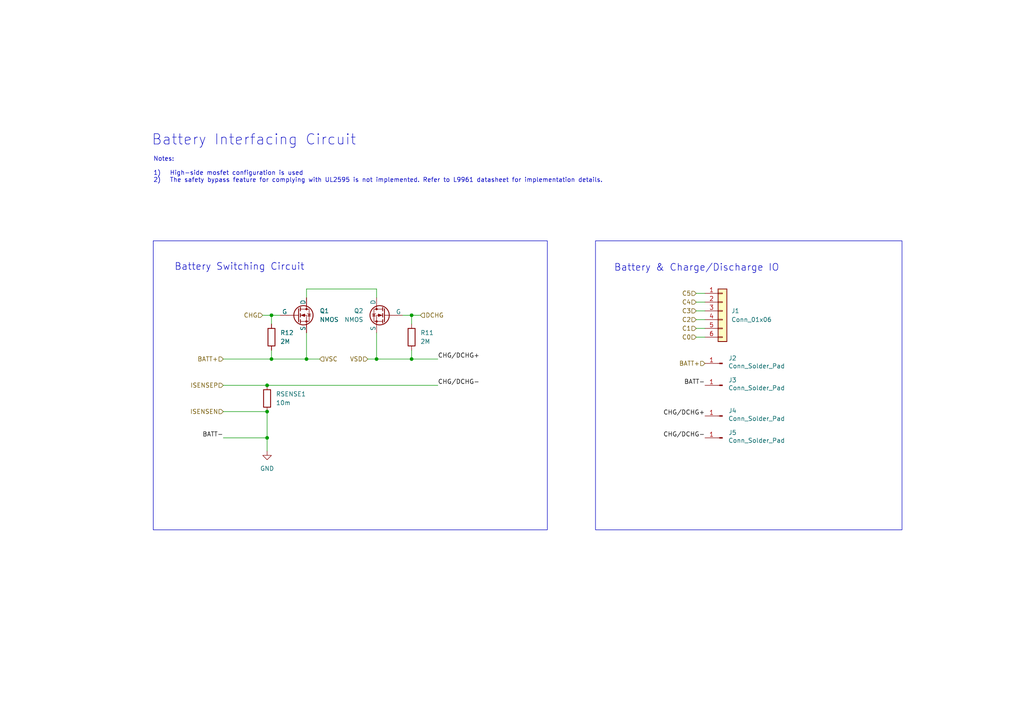
<source format=kicad_sch>
(kicad_sch (version 20231120) (generator "eeschema") (generator_version "8.0")
  (paper "A4")
  (lib_symbols
    (symbol "Connector:Conn_01x01_Pin" (pin_names (offset 1.016) hide)
      (property "Reference" "J" (at 0 2.54 0))
      (property "Value" "Conn_01x01_Pin" (at 0 -2.54 0))
      (symbol "Conn_01x01_Pin_1_1"
        (polyline (pts (xy 1.27 0) (xy 0.8636 0)) (stroke (width 0.1524)))
        (rectangle (start 0.8636 0.127) (end 0 -0.127) (stroke (width 0.1524)) (fill (type outline)))
        (pin passive line (at 5.08 0 180) (length 3.81) (name "Pin_1") (number "1"))
      )
    )
    (symbol "Connector_Generic:Conn_01x06" (pin_names (offset 1.016) hide)
      (property "Reference" "J" (at 0 7.62 0))
      (property "Value" "Conn_01x06" (at 0 -10.16 0))
      (symbol "Conn_01x06_1_1"
        (rectangle (start -1.27 -7.493) (end 0 -7.747) (stroke (width 0.1524)))
        (rectangle (start -1.27 -4.953) (end 0 -5.207) (stroke (width 0.1524)))
        (rectangle (start -1.27 -2.413) (end 0 -2.667) (stroke (width 0.1524)))
        (rectangle (start -1.27 0.127) (end 0 -0.127) (stroke (width 0.1524)))
        (rectangle (start -1.27 2.667) (end 0 2.413) (stroke (width 0.1524)))
        (rectangle (start -1.27 5.207) (end 0 4.953) (stroke (width 0.1524)))
        (rectangle (start -1.27 6.35) (end 1.27 -8.89) (stroke (width 0.254)) (fill (type background)))
        (pin passive line (at -5.08 5.08 0) (length 3.81) (name "Pin_1") (number "1"))
        (pin passive line (at -5.08 2.54 0) (length 3.81) (name "Pin_2") (number "2"))
        (pin passive line (at -5.08 0 0) (length 3.81) (name "Pin_3") (number "3"))
        (pin passive line (at -5.08 -2.54 0) (length 3.81) (name "Pin_4") (number "4"))
        (pin passive line (at -5.08 -5.08 0) (length 3.81) (name "Pin_5") (number "5"))
        (pin passive line (at -5.08 -7.62 0) (length 3.81) (name "Pin_6") (number "6"))
      )
    )
    (symbol "Device:R" (pin_numbers hide) (pin_names (offset 0))
      (property "Reference" "R" (at 2.032 0 90))
      (property "Value" "R" (at 0 0 90))
      (symbol "R_0_1"
        (rectangle (start -1.016 -2.54) (end 1.016 2.54) (stroke (width 0.254)))
      )
      (symbol "R_1_1"
        (pin passive line (at 0 3.81 270) (length 1.27) (name "~") (number "1"))
        (pin passive line (at 0 -3.81 90) (length 1.27) (name "~") (number "2"))
      )
    )
    (symbol "Simulation_SPICE:NMOS" (pin_numbers hide) (pin_names (offset 0))
      (property "Reference" "Q" (at 5.08 1.27 0))
      (property "Value" "NMOS" (at 5.08 -1.27 0))
      (symbol "NMOS_0_1"
        (polyline (pts (xy 0.254 0) (xy -2.54 0)))
        (polyline (pts (xy 0.254 1.905) (xy 0.254 -1.905)) (stroke (width 0.254)))
        (polyline (pts (xy 0.762 -1.27) (xy 0.762 -2.286)) (stroke (width 0.254)))
        (polyline (pts (xy 0.762 0.508) (xy 0.762 -0.508)) (stroke (width 0.254)))
        (polyline (pts (xy 0.762 2.286) (xy 0.762 1.27)) (stroke (width 0.254)))
        (polyline (pts (xy 2.54 2.54) (xy 2.54 1.778)))
        (polyline (pts (xy 2.54 -2.54) (xy 2.54 0) (xy 0.762 0)))
        (polyline (pts (xy 0.762 -1.778) (xy 3.302 -1.778) (xy 3.302 1.778) (xy 0.762 1.778)))
        (polyline (pts (xy 1.016 0) (xy 2.032 0.381) (xy 2.032 -0.381) (xy 1.016 0)) (fill (type outline)))
        (polyline (pts (xy 2.794 0.508) (xy 2.921 0.381) (xy 3.683 0.381) (xy 3.81 0.254)))
        (polyline (pts (xy 3.302 0.381) (xy 2.921 -0.254) (xy 3.683 -0.254) (xy 3.302 0.381)))
        (circle (center 1.651 0) (radius 2.794) (stroke (width 0.254)))
        (circle (center 2.54 -1.778) (radius 0.254) (fill (type outline)))
        (circle (center 2.54 1.778) (radius 0.254) (fill (type outline)))
      )
      (symbol "NMOS_1_1"
        (pin passive line (at 2.54 5.08 270) (length 2.54) (name "D") (number "1"))
        (pin input line (at -5.08 0 0) (length 2.54) (name "G") (number "2"))
        (pin passive line (at 2.54 -5.08 90) (length 2.54) (name "S") (number "3"))
      )
    )
    (symbol "power:GND" (power) (pin_names (offset 0))
      (property "Value" "GND" (at 0 -3.81 0))
      (symbol "GND_0_1"
        (polyline (pts (xy 0 0) (xy 0 -1.27) (xy 1.27 -1.27) (xy 0 -2.54) (xy -1.27 -1.27) (xy 0 -1.27)))
      )
      (symbol "GND_1_1"
        (pin power_in line (at 0 0 270) (length 0) hide (name "GND") (number "1"))
      )
    )
  )
  (junction (at 109.22 104.14))
  (junction (at 119.38 91.44))
  (junction (at 77.47 127))
  (junction (at 77.47 119.38))
  (junction (at 77.47 111.76))
  (junction (at 88.9 104.14))
  (junction (at 78.74 91.44))
  (junction (at 119.38 104.14))
  (junction (at 78.74 104.14))
  (wire (pts (xy 106.68 104.14) (xy 109.22 104.14)))
  (wire (pts (xy 77.47 127) (xy 77.47 130.81)))
  (wire (pts (xy 78.74 104.14) (xy 88.9 104.14)))
  (wire (pts (xy 119.38 91.44) (xy 121.92 91.44)))
  (wire (pts (xy 64.77 127) (xy 77.47 127)))
  (wire (pts (xy 76.2 91.44) (xy 78.74 91.44)))
  (wire (pts (xy 78.74 101.6) (xy 78.74 104.14)))
  (wire (pts (xy 88.9 104.14) (xy 92.71 104.14)))
  (wire (pts (xy 119.38 104.14) (xy 127 104.14)))
  (wire (pts (xy 204.47 85.09) (xy 201.93 85.09)))
  (wire (pts (xy 119.38 101.6) (xy 119.38 104.14)))
  (wire (pts (xy 78.74 91.44) (xy 78.74 93.98)))
  (wire (pts (xy 64.77 111.76) (xy 77.47 111.76)))
  (wire (pts (xy 64.77 104.14) (xy 78.74 104.14)))
  (wire (pts (xy 77.47 119.38) (xy 77.47 127)))
  (wire (pts (xy 109.22 96.52) (xy 109.22 104.14)))
  (wire (pts (xy 88.9 96.52) (xy 88.9 104.14)))
  (wire (pts (xy 204.47 90.17) (xy 201.93 90.17)))
  (wire (pts (xy 78.74 91.44) (xy 81.28 91.44)))
  (wire (pts (xy 109.22 104.14) (xy 119.38 104.14)))
  (wire (pts (xy 204.47 92.71) (xy 201.93 92.71)))
  (wire (pts (xy 204.47 87.63) (xy 201.93 87.63)))
  (wire (pts (xy 116.84 91.44) (xy 119.38 91.44)))
  (wire (pts (xy 64.77 119.38) (xy 77.47 119.38)))
  (wire (pts (xy 204.47 95.25) (xy 201.93 95.25)))
  (wire (pts (xy 204.47 97.79) (xy 201.93 97.79)))
  (wire (pts (xy 109.22 83.82) (xy 109.22 86.36)))
  (wire (pts (xy 88.9 86.36) (xy 88.9 83.82)))
  (wire (pts (xy 119.38 91.44) (xy 119.38 93.98)))
  (wire (pts (xy 88.9 83.82) (xy 109.22 83.82)))
  (wire (pts (xy 77.47 111.76) (xy 127 111.76)))
  (rectangle (start 44.45 69.85) (end 158.75 153.67))
  (rectangle (start 172.72 69.85) (end 261.62 153.67))
  (text "Battery Switching Circuit" (at 50.546 77.47 0) (effects (font (size 2 2)) (justify left)))
  (text "Notes:\n\n1)	High-side mosfet configuration is used\n2)	The safety bypass feature for complying with UL2595 is not implemented. Refer to L9961 datasheet for implementation details." (at 44.45 45.466 0) (effects (font (size 1.27 1.27)) (justify left top)))
  (text "Battery Interfacing Circuit" (at 73.66 40.64 0) (effects (font (size 3 3))))
  (text "Battery & Charge/Discharge IO" (at 178.054 77.724 0) (effects (font (size 2 2)) (justify left)))
  (label "CHG{slash}DCHG-" (at 127 111.76 0))
  (label "CHG{slash}DCHG+" (at 127 104.14 0))
  (label "CHG{slash}DCHG-" (at 204.47 127 180))
  (label "CHG{slash}DCHG+" (at 204.47 120.65 180))
  (label "BATT-" (at 204.47 111.76 180))
  (label "BATT-" (at 64.77 127 180))
  (hierarchical_label "VSD" (shape input) (at 106.68 104.14 180))
  (hierarchical_label "C3" (shape input) (at 201.93 90.17 180))
  (hierarchical_label "C2" (shape input) (at 201.93 92.71 180))
  (hierarchical_label "ISENSEP" (shape input) (at 64.77 111.76 180))
  (hierarchical_label "BATT+" (shape input) (at 204.47 105.41 180))
  (hierarchical_label "ISENSEN" (shape input) (at 64.77 119.38 180))
  (hierarchical_label "VSC" (shape input) (at 92.71 104.14 0))
  (hierarchical_label "CHG" (shape input) (at 76.2 91.44 180))
  (hierarchical_label "C5" (shape input) (at 201.93 85.09 180))
  (hierarchical_label "C1" (shape input) (at 201.93 95.25 180))
  (hierarchical_label "BATT+" (shape input) (at 64.77 104.14 180))
  (hierarchical_label "DCHG" (shape input) (at 121.92 91.44 0))
  (hierarchical_label "C0" (shape input) (at 201.93 97.79 180))
  (hierarchical_label "C4" (shape input) (at 201.93 87.63 180))
  (symbol (lib_id "Device:R") (at 77.47 115.57 180) (unit 1)
    (property "Reference" "RSENSE1" (at 80.01 114.2999 0) (effects (justify right)))
    (property "Value" "10m" (at 80.01 116.8399 0) (effects (justify right)))
    (property "Footprint" "Resistor_SMD:R_2512_6332Metric" (effects (hide yes)))
    (property "Description" "Resistor" (effects (hide yes)))
    (property "LCSC" "C393072" (effects (hide yes)))
  )
  (symbol (lib_id "Connector:Conn_01x01_Pin") (at 209.55 120.65 180) (unit 1)
    (property "Reference" "J4" (at 212.471 119.126 0))
    (property "Value" "Conn_Solder_Pad" (at 219.456 121.412 0))
    (property "Footprint" "Connector_Wire:SolderWire-0.75sqmm_1x01_D1.25mm_OD2.3mm" (effects (hide yes)))
    (property "Description" "Generic connector, single row, 01x01, script generated" (effects (hide yes)))
  )
  (symbol (lib_id "Simulation_SPICE:NMOS") (at 111.76 91.44 0) (mirror y) (unit 1)
    (property "Reference" "Q2" (at 105.41 90.1699 0) (effects (justify left)))
    (property "Value" "NMOS" (at 105.41 92.7099 0) (effects (justify left)))
    (property "Footprint" "li-ion_BMS:JLCPCB-DFN-8(4.9x5.8)" (effects (hide yes)))
    (property "Datasheet" "https://ngspice.sourceforge.io/docs/ngspice-manual.pdf" (effects (hide yes)))
    (property "Description" "N-MOSFET transistor, drain/source/gate" (effects (hide yes)))
    (property "Sim.Device" "NMOS" (effects (hide yes)))
    (property "Sim.Type" "VDMOS" (effects (hide yes)))
    (property "Sim.Pins" "1=D 2=G 3=S" (effects (hide yes)))
    (property "LCSC" "C78118" (effects (hide yes)))
  )
  (symbol (lib_id "Connector_Generic:Conn_01x06") (at 209.55 90.17 0) (unit 1)
    (property "Reference" "J1" (at 212.09 90.1699 0) (effects (justify left)))
    (property "Value" "Conn_01x06" (at 212.09 92.7099 0) (effects (justify left)))
    (property "Footprint" "Connector_JST:JST_GH_SM06B-GHS-TB_1x06-1MP_P1.25mm_Horizontal" (effects (hide yes)))
    (property "Description" "Generic connector, single row, 01x06, script generated (kicad-library-utils/schlib/autogen/connector/)" (effects (hide yes)))
    (property "LCSC" "C133065" (effects (hide yes)))
  )
  (symbol (lib_id "Connector:Conn_01x01_Pin") (at 209.55 105.41 180) (unit 1)
    (property "Reference" "J2" (at 212.471 103.886 0))
    (property "Value" "Conn_Solder_Pad" (at 219.456 106.172 0))
    (property "Footprint" "Connector_Wire:SolderWire-0.75sqmm_1x01_D1.25mm_OD2.3mm" (effects (hide yes)))
    (property "Description" "Generic connector, single row, 01x01, script generated" (effects (hide yes)))
  )
  (symbol (lib_id "power:GND") (at 77.47 130.81 0) (unit 1)
    (property "Reference" "#PWR05" (effects (hide yes)))
    (property "Value" "GND" (at 77.47 135.89 0))
    (property "Description" "Power symbol creates a global label with name \"GND\" , ground" (effects (hide yes)))
  )
  (symbol (lib_id "Device:R") (at 119.38 97.79 0) (unit 1)
    (property "Reference" "R11" (at 121.92 96.5199 0) (effects (justify left)))
    (property "Value" "2M" (at 121.92 99.0599 0) (effects (justify left)))
    (property "Footprint" "Resistor_SMD:R_0603_1608Metric" (effects (hide yes)))
    (property "Description" "Resistor" (effects (hide yes)))
    (property "LCSC" "C22976" (effects (hide yes)))
  )
  (symbol (lib_id "Device:R") (at 78.74 97.79 0) (unit 1)
    (property "Reference" "R12" (at 81.28 96.5199 0) (effects (justify left)))
    (property "Value" "2M" (at 81.28 99.0599 0) (effects (justify left)))
    (property "Footprint" "Resistor_SMD:R_0603_1608Metric" (effects (hide yes)))
    (property "Description" "Resistor" (effects (hide yes)))
    (property "LCSC" "C22976" (effects (hide yes)))
  )
  (symbol (lib_id "Connector:Conn_01x01_Pin") (at 209.55 127 180) (unit 1)
    (property "Reference" "J5" (at 212.471 125.476 0))
    (property "Value" "Conn_Solder_Pad" (at 219.456 127.762 0))
    (property "Footprint" "Connector_Wire:SolderWire-0.75sqmm_1x01_D1.25mm_OD2.3mm" (effects (hide yes)))
    (property "Description" "Generic connector, single row, 01x01, script generated" (effects (hide yes)))
  )
  (symbol (lib_id "Simulation_SPICE:NMOS") (at 86.36 91.44 0) (unit 1)
    (property "Reference" "Q1" (at 92.71 90.1699 0) (effects (justify left)))
    (property "Value" "NMOS" (at 92.71 92.7099 0) (effects (justify left)))
    (property "Footprint" "li-ion_BMS:JLCPCB-DFN-8(4.9x5.8)" (effects (hide yes)))
    (property "Datasheet" "https://ngspice.sourceforge.io/docs/ngspice-manual.pdf" (effects (hide yes)))
    (property "Description" "N-MOSFET transistor, drain/source/gate" (effects (hide yes)))
    (property "Sim.Device" "NMOS" (effects (hide yes)))
    (property "Sim.Type" "VDMOS" (effects (hide yes)))
    (property "Sim.Pins" "1=D 2=G 3=S" (effects (hide yes)))
    (property "LCSC" "C78118" (effects (hide yes)))
  )
  (symbol (lib_id "Connector:Conn_01x01_Pin") (at 209.55 111.76 180) (unit 1)
    (property "Reference" "J3" (at 212.471 110.236 0))
    (property "Value" "Conn_Solder_Pad" (at 219.456 112.522 0))
    (property "Footprint" "Connector_Wire:SolderWire-0.75sqmm_1x01_D1.25mm_OD2.3mm" (effects (hide yes)))
    (property "Description" "Generic connector, single row, 01x01, script generated" (effects (hide yes)))
  )
)
</source>
